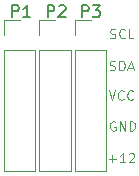
<source format=gbr>
G04 #@! TF.FileFunction,Legend,Top*
%FSLAX46Y46*%
G04 Gerber Fmt 4.6, Leading zero omitted, Abs format (unit mm)*
G04 Created by KiCad (PCBNEW 4.0.5) date 03/19/17 22:24:07*
%MOMM*%
%LPD*%
G01*
G04 APERTURE LIST*
%ADD10C,0.100000*%
%ADD11C,0.120000*%
%ADD12C,0.150000*%
G04 APERTURE END LIST*
D10*
X11533333Y-21457143D02*
X12142857Y-21457143D01*
X11838095Y-21761905D02*
X11838095Y-21152381D01*
X12942857Y-21761905D02*
X12485714Y-21761905D01*
X12714285Y-21761905D02*
X12714285Y-20961905D01*
X12638095Y-21076190D01*
X12561904Y-21152381D01*
X12485714Y-21190476D01*
X13247619Y-21038095D02*
X13285714Y-21000000D01*
X13361905Y-20961905D01*
X13552381Y-20961905D01*
X13628571Y-21000000D01*
X13666667Y-21038095D01*
X13704762Y-21114286D01*
X13704762Y-21190476D01*
X13666667Y-21304762D01*
X13209524Y-21761905D01*
X13704762Y-21761905D01*
X12090477Y-18300000D02*
X12014286Y-18261905D01*
X11900001Y-18261905D01*
X11785715Y-18300000D01*
X11709524Y-18376190D01*
X11671429Y-18452381D01*
X11633334Y-18604762D01*
X11633334Y-18719048D01*
X11671429Y-18871429D01*
X11709524Y-18947619D01*
X11785715Y-19023810D01*
X11900001Y-19061905D01*
X11976191Y-19061905D01*
X12090477Y-19023810D01*
X12128572Y-18985714D01*
X12128572Y-18719048D01*
X11976191Y-18719048D01*
X12471429Y-19061905D02*
X12471429Y-18261905D01*
X12928572Y-19061905D01*
X12928572Y-18261905D01*
X13309524Y-19061905D02*
X13309524Y-18261905D01*
X13500000Y-18261905D01*
X13614286Y-18300000D01*
X13690477Y-18376190D01*
X13728572Y-18452381D01*
X13766667Y-18604762D01*
X13766667Y-18719048D01*
X13728572Y-18871429D01*
X13690477Y-18947619D01*
X13614286Y-19023810D01*
X13500000Y-19061905D01*
X13309524Y-19061905D01*
X11533333Y-15661905D02*
X11800000Y-16461905D01*
X12066667Y-15661905D01*
X12790476Y-16385714D02*
X12752381Y-16423810D01*
X12638095Y-16461905D01*
X12561905Y-16461905D01*
X12447619Y-16423810D01*
X12371428Y-16347619D01*
X12333333Y-16271429D01*
X12295238Y-16119048D01*
X12295238Y-16004762D01*
X12333333Y-15852381D01*
X12371428Y-15776190D01*
X12447619Y-15700000D01*
X12561905Y-15661905D01*
X12638095Y-15661905D01*
X12752381Y-15700000D01*
X12790476Y-15738095D01*
X13590476Y-16385714D02*
X13552381Y-16423810D01*
X13438095Y-16461905D01*
X13361905Y-16461905D01*
X13247619Y-16423810D01*
X13171428Y-16347619D01*
X13133333Y-16271429D01*
X13095238Y-16119048D01*
X13095238Y-16004762D01*
X13133333Y-15852381D01*
X13171428Y-15776190D01*
X13247619Y-15700000D01*
X13361905Y-15661905D01*
X13438095Y-15661905D01*
X13552381Y-15700000D01*
X13590476Y-15738095D01*
X11628572Y-13923810D02*
X11742858Y-13961905D01*
X11933334Y-13961905D01*
X12009524Y-13923810D01*
X12047620Y-13885714D01*
X12085715Y-13809524D01*
X12085715Y-13733333D01*
X12047620Y-13657143D01*
X12009524Y-13619048D01*
X11933334Y-13580952D01*
X11780953Y-13542857D01*
X11704762Y-13504762D01*
X11666667Y-13466667D01*
X11628572Y-13390476D01*
X11628572Y-13314286D01*
X11666667Y-13238095D01*
X11704762Y-13200000D01*
X11780953Y-13161905D01*
X11971429Y-13161905D01*
X12085715Y-13200000D01*
X12428572Y-13961905D02*
X12428572Y-13161905D01*
X12619048Y-13161905D01*
X12733334Y-13200000D01*
X12809525Y-13276190D01*
X12847620Y-13352381D01*
X12885715Y-13504762D01*
X12885715Y-13619048D01*
X12847620Y-13771429D01*
X12809525Y-13847619D01*
X12733334Y-13923810D01*
X12619048Y-13961905D01*
X12428572Y-13961905D01*
X13190477Y-13733333D02*
X13571429Y-13733333D01*
X13114286Y-13961905D02*
X13380953Y-13161905D01*
X13647620Y-13961905D01*
X11647619Y-11223810D02*
X11761905Y-11261905D01*
X11952381Y-11261905D01*
X12028571Y-11223810D01*
X12066667Y-11185714D01*
X12104762Y-11109524D01*
X12104762Y-11033333D01*
X12066667Y-10957143D01*
X12028571Y-10919048D01*
X11952381Y-10880952D01*
X11800000Y-10842857D01*
X11723809Y-10804762D01*
X11685714Y-10766667D01*
X11647619Y-10690476D01*
X11647619Y-10614286D01*
X11685714Y-10538095D01*
X11723809Y-10500000D01*
X11800000Y-10461905D01*
X11990476Y-10461905D01*
X12104762Y-10500000D01*
X12904762Y-11185714D02*
X12866667Y-11223810D01*
X12752381Y-11261905D01*
X12676191Y-11261905D01*
X12561905Y-11223810D01*
X12485714Y-11147619D01*
X12447619Y-11071429D01*
X12409524Y-10919048D01*
X12409524Y-10804762D01*
X12447619Y-10652381D01*
X12485714Y-10576190D01*
X12561905Y-10500000D01*
X12676191Y-10461905D01*
X12752381Y-10461905D01*
X12866667Y-10500000D01*
X12904762Y-10538095D01*
X13628572Y-11261905D02*
X13247619Y-11261905D01*
X13247619Y-10461905D01*
D11*
X2670000Y-12270000D02*
X2670000Y-22490000D01*
X2670000Y-22490000D02*
X5330000Y-22490000D01*
X5330000Y-22490000D02*
X5330000Y-12270000D01*
X5330000Y-12270000D02*
X2670000Y-12270000D01*
X2670000Y-11000000D02*
X2670000Y-9670000D01*
X2670000Y-9670000D02*
X4000000Y-9670000D01*
X5670000Y-12270000D02*
X5670000Y-22490000D01*
X5670000Y-22490000D02*
X8330000Y-22490000D01*
X8330000Y-22490000D02*
X8330000Y-12270000D01*
X8330000Y-12270000D02*
X5670000Y-12270000D01*
X5670000Y-11000000D02*
X5670000Y-9670000D01*
X5670000Y-9670000D02*
X7000000Y-9670000D01*
X8670000Y-12270000D02*
X8670000Y-22490000D01*
X8670000Y-22490000D02*
X11330000Y-22490000D01*
X11330000Y-22490000D02*
X11330000Y-12270000D01*
X11330000Y-12270000D02*
X8670000Y-12270000D01*
X8670000Y-11000000D02*
X8670000Y-9670000D01*
X8670000Y-9670000D02*
X10000000Y-9670000D01*
D12*
X3361905Y-9452381D02*
X3361905Y-8452381D01*
X3742858Y-8452381D01*
X3838096Y-8500000D01*
X3885715Y-8547619D01*
X3933334Y-8642857D01*
X3933334Y-8785714D01*
X3885715Y-8880952D01*
X3838096Y-8928571D01*
X3742858Y-8976190D01*
X3361905Y-8976190D01*
X4885715Y-9452381D02*
X4314286Y-9452381D01*
X4600000Y-9452381D02*
X4600000Y-8452381D01*
X4504762Y-8595238D01*
X4409524Y-8690476D01*
X4314286Y-8738095D01*
X6361905Y-9452381D02*
X6361905Y-8452381D01*
X6742858Y-8452381D01*
X6838096Y-8500000D01*
X6885715Y-8547619D01*
X6933334Y-8642857D01*
X6933334Y-8785714D01*
X6885715Y-8880952D01*
X6838096Y-8928571D01*
X6742858Y-8976190D01*
X6361905Y-8976190D01*
X7314286Y-8547619D02*
X7361905Y-8500000D01*
X7457143Y-8452381D01*
X7695239Y-8452381D01*
X7790477Y-8500000D01*
X7838096Y-8547619D01*
X7885715Y-8642857D01*
X7885715Y-8738095D01*
X7838096Y-8880952D01*
X7266667Y-9452381D01*
X7885715Y-9452381D01*
X9261905Y-9452381D02*
X9261905Y-8452381D01*
X9642858Y-8452381D01*
X9738096Y-8500000D01*
X9785715Y-8547619D01*
X9833334Y-8642857D01*
X9833334Y-8785714D01*
X9785715Y-8880952D01*
X9738096Y-8928571D01*
X9642858Y-8976190D01*
X9261905Y-8976190D01*
X10166667Y-8452381D02*
X10785715Y-8452381D01*
X10452381Y-8833333D01*
X10595239Y-8833333D01*
X10690477Y-8880952D01*
X10738096Y-8928571D01*
X10785715Y-9023810D01*
X10785715Y-9261905D01*
X10738096Y-9357143D01*
X10690477Y-9404762D01*
X10595239Y-9452381D01*
X10309524Y-9452381D01*
X10214286Y-9404762D01*
X10166667Y-9357143D01*
M02*

</source>
